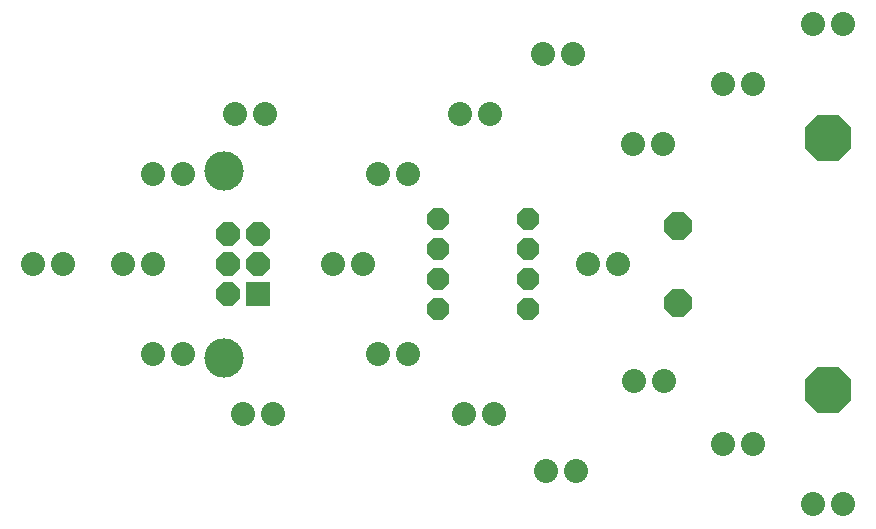
<source format=gts>
G75*
%MOIN*%
%OFA0B0*%
%FSLAX25Y25*%
%IPPOS*%
%LPD*%
%AMOC8*
5,1,8,0,0,1.08239X$1,22.5*
%
%ADD10C,0.13100*%
%ADD11OC8,0.07400*%
%ADD12OC8,0.15600*%
%ADD13C,0.08000*%
%ADD14OC8,0.09200*%
%ADD15R,0.08000X0.08000*%
%ADD16OC8,0.08000*%
D10*
X0074750Y0069750D03*
X0074750Y0132250D03*
D11*
X0146000Y0116000D03*
X0146000Y0106000D03*
X0146000Y0096000D03*
X0146000Y0086000D03*
X0176000Y0086000D03*
X0176000Y0096000D03*
X0176000Y0106000D03*
X0176000Y0116000D03*
D12*
X0276000Y0143000D03*
X0276000Y0059000D03*
D13*
X0081000Y0051000D03*
X0091000Y0051000D03*
X0061000Y0071000D03*
X0051000Y0071000D03*
X0051000Y0101000D03*
X0041000Y0101000D03*
X0021000Y0101000D03*
X0011000Y0101000D03*
X0051000Y0131000D03*
X0061000Y0131000D03*
X0078500Y0151000D03*
X0088500Y0151000D03*
X0126000Y0131000D03*
X0136000Y0131000D03*
X0153500Y0151000D03*
X0163500Y0151000D03*
X0181000Y0171000D03*
X0191000Y0171000D03*
X0211000Y0141000D03*
X0221000Y0141000D03*
X0241000Y0161000D03*
X0251000Y0161000D03*
X0271000Y0181000D03*
X0281000Y0181000D03*
X0206000Y0101000D03*
X0196000Y0101000D03*
X0136000Y0071000D03*
X0126000Y0071000D03*
X0154750Y0051000D03*
X0164750Y0051000D03*
X0181915Y0032102D03*
X0191915Y0032102D03*
X0211315Y0062152D03*
X0221315Y0062152D03*
X0241000Y0041000D03*
X0251000Y0041000D03*
X0271000Y0021000D03*
X0281000Y0021000D03*
X0121000Y0101000D03*
X0111000Y0101000D03*
D14*
X0226000Y0088200D03*
X0226000Y0113800D03*
D15*
X0086000Y0091000D03*
D16*
X0076000Y0091000D03*
X0076000Y0101000D03*
X0086000Y0101000D03*
X0086000Y0111000D03*
X0076000Y0111000D03*
M02*

</source>
